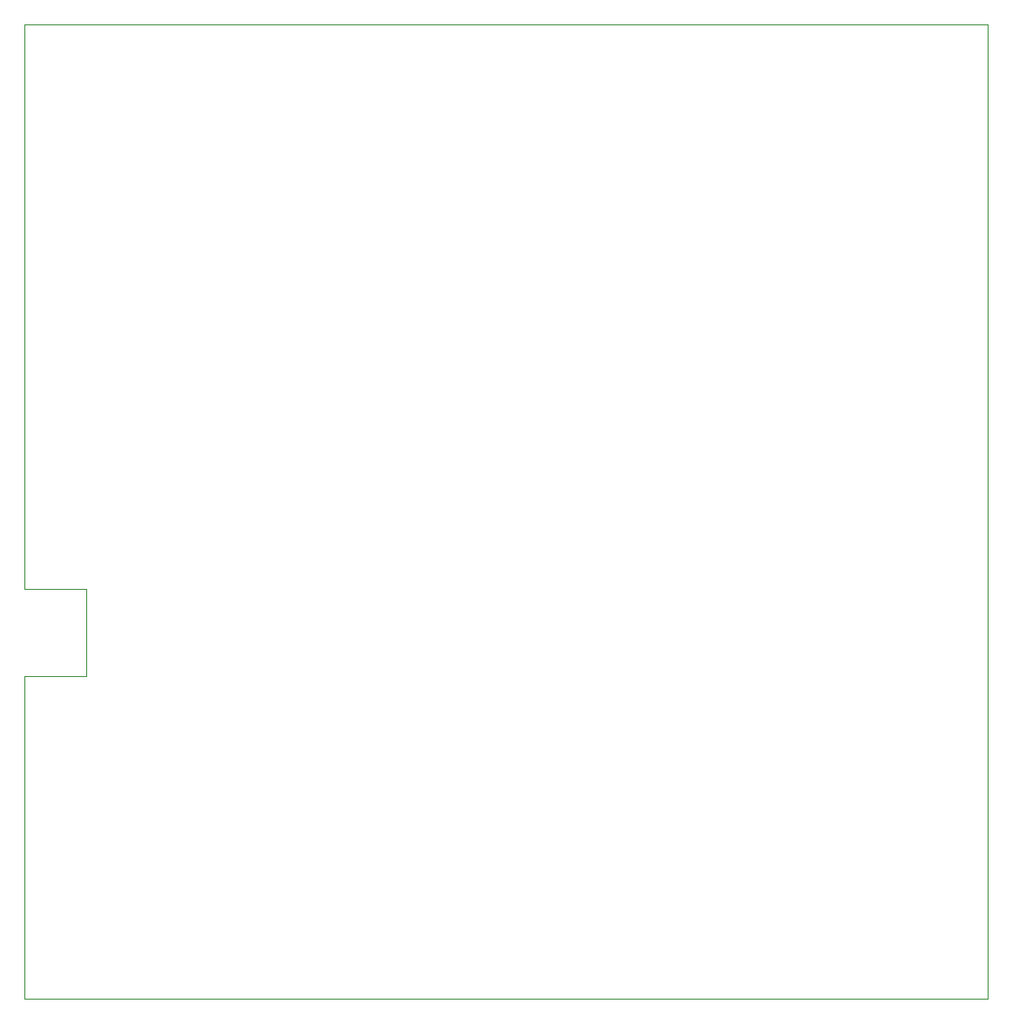
<source format=gm1>
G04 #@! TF.FileFunction,Profile,NP*
%FSLAX46Y46*%
G04 Gerber Fmt 4.6, Leading zero omitted, Abs format (unit mm)*
G04 Created by KiCad (PCBNEW (2015-07-11 BZR 5925, Git c291b88)-product) date 17.07.2015 1:56:37*
%MOMM*%
G01*
G04 APERTURE LIST*
%ADD10C,0.150000*%
%ADD11C,0.100000*%
G04 APERTURE END LIST*
D10*
D11*
X68000000Y-79000000D02*
X68000000Y-28000000D01*
X73600000Y-79000000D02*
X68000000Y-79000000D01*
X73600000Y-86800000D02*
X73600000Y-79000000D01*
X68000000Y-86800000D02*
X73600000Y-86800000D01*
X68000000Y-116000000D02*
X68000000Y-86800000D01*
X68000000Y-28000000D02*
X155000000Y-28000000D01*
X155000000Y-116000000D02*
X155000000Y-28000000D01*
X68000000Y-116000000D02*
X155000000Y-116000000D01*
M02*

</source>
